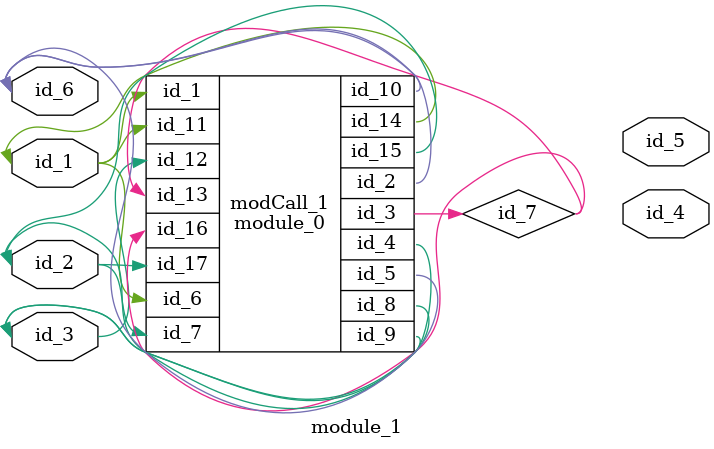
<source format=v>
module module_0 (
    id_1,
    id_2,
    id_3,
    id_4,
    id_5,
    id_6,
    id_7,
    id_8,
    id_9,
    id_10,
    id_11,
    id_12,
    id_13,
    id_14,
    id_15,
    id_16,
    id_17
);
  input wire id_17;
  input wire id_16;
  output wire id_15;
  output wire id_14;
  input wire id_13;
  input wire id_12;
  input wire id_11;
  output wire id_10;
  inout wire id_9;
  output wire id_8;
  input wire id_7;
  input wire id_6;
  inout wire id_5;
  output wire id_4;
  output wire id_3;
  output wire id_2;
  input wire id_1;
  wire id_18 = id_17;
endmodule
module module_1 (
    id_1,
    id_2,
    id_3,
    id_4,
    id_5,
    id_6
);
  inout wire id_6;
  output wire id_5;
  output wire id_4;
  inout wire id_3;
  inout wire id_2;
  inout wire id_1;
  wire id_7;
  module_0 modCall_1 (
      id_1,
      id_6,
      id_7,
      id_3,
      id_6,
      id_1,
      id_2,
      id_2,
      id_3,
      id_6,
      id_1,
      id_3,
      id_7,
      id_1,
      id_2,
      id_7,
      id_2
  );
endmodule

</source>
